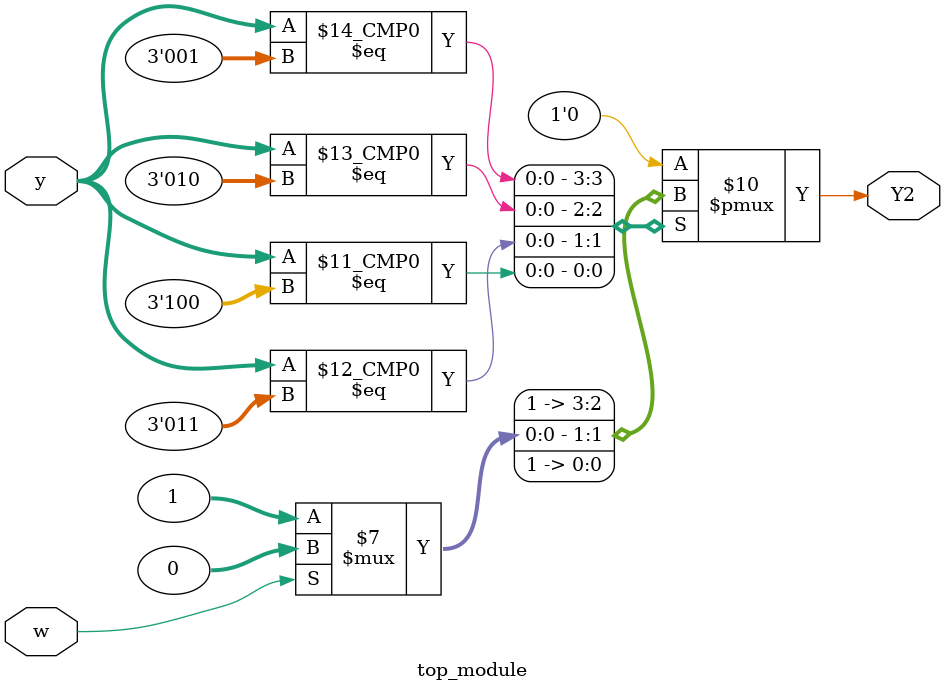
<source format=sv>
module top_module(
    input [3:1] y,
    input w,
    output reg Y2);

	// State encoding
    parameter A = 3'b000;
    parameter B = 3'b001;
    parameter C = 3'b010;
    parameter D = 3'b011;
    parameter E = 3'b100;
    parameter F = 3'b101;

    // Next-state logic for y[2]
    always @(*) begin
        case (y)
            A: Y2 = 0; // A transitions to either A or B, both have y[2] = 0
            B: Y2 = (w == 0) ? 1 : 1; // Both transitions (B -> C and B -> D) have y[2] = 1
            C: Y2 = (w == 0) ? 1 : 1; // Both transitions (C -> E and C -> D) have y[2] = 1
            D: Y2 = (w == 0) ? 1 : 0; // D transitions to F (y[2] = 1) or A (y[2] = 0)
            E: Y2 = 1; // E transitions to either E or D, both have y[2] = 1
            F: Y2 = 0; // F transitions to either C (y[2] = 0) or D (y[2] = 0)
            default: Y2 = 0; // Default case, should not occur
        endcase
    end

endmodule

</source>
